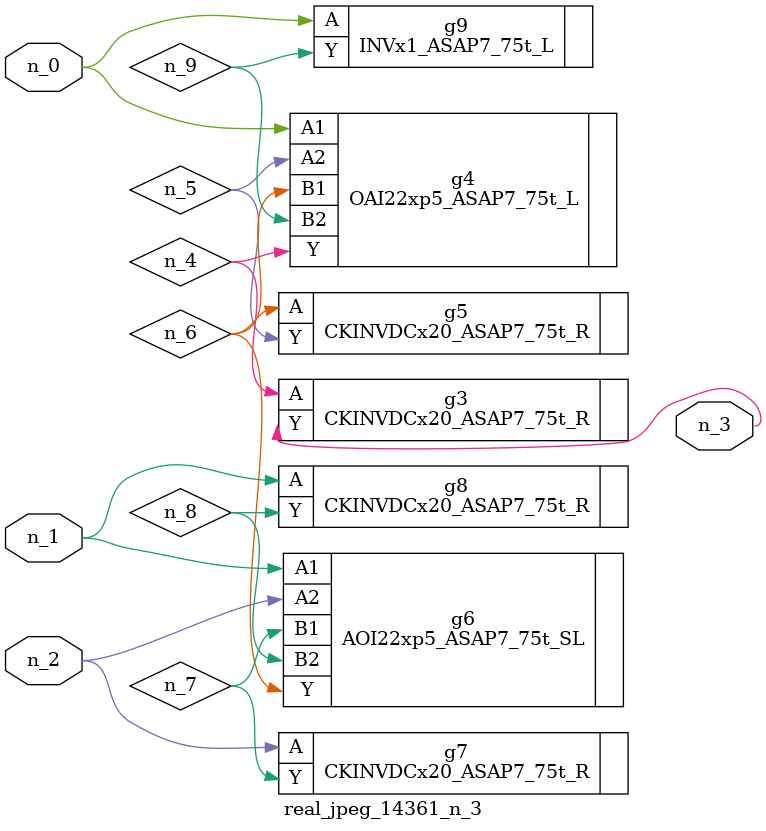
<source format=v>
module real_jpeg_14361_n_3 (n_1, n_0, n_2, n_3);

input n_1;
input n_0;
input n_2;

output n_3;

wire n_5;
wire n_8;
wire n_4;
wire n_6;
wire n_7;
wire n_9;

OAI22xp5_ASAP7_75t_L g4 ( 
.A1(n_0),
.A2(n_5),
.B1(n_6),
.B2(n_9),
.Y(n_4)
);

INVx1_ASAP7_75t_L g9 ( 
.A(n_0),
.Y(n_9)
);

AOI22xp5_ASAP7_75t_SL g6 ( 
.A1(n_1),
.A2(n_2),
.B1(n_7),
.B2(n_8),
.Y(n_6)
);

CKINVDCx20_ASAP7_75t_R g8 ( 
.A(n_1),
.Y(n_8)
);

CKINVDCx20_ASAP7_75t_R g7 ( 
.A(n_2),
.Y(n_7)
);

CKINVDCx20_ASAP7_75t_R g3 ( 
.A(n_4),
.Y(n_3)
);

CKINVDCx20_ASAP7_75t_R g5 ( 
.A(n_6),
.Y(n_5)
);


endmodule
</source>
